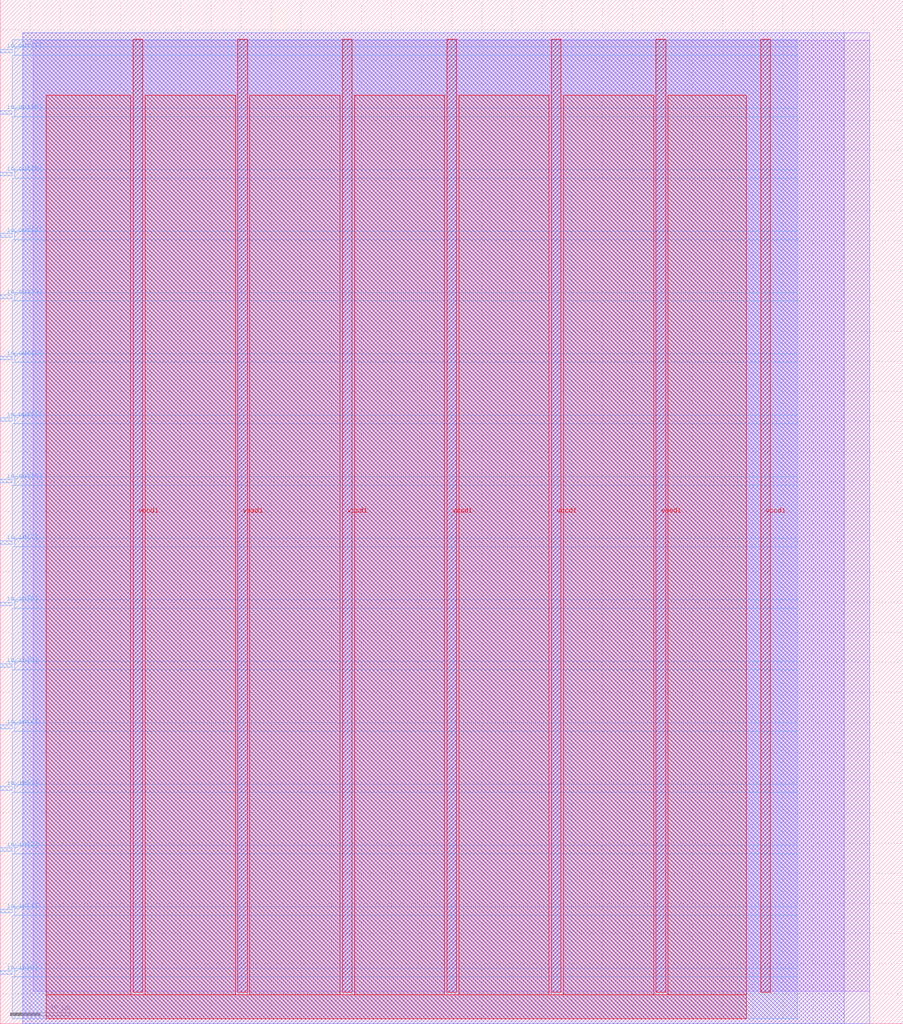
<source format=lef>
VERSION 5.7 ;
  NOWIREEXTENSIONATPIN ON ;
  DIVIDERCHAR "/" ;
  BUSBITCHARS "[]" ;
MACRO gatecat_fpga_top
  CLASS BLOCK ;
  FOREIGN gatecat_fpga_top ;
  ORIGIN 0.000 0.000 ;
  SIZE 150.000 BY 170.000 ;
  PIN io_in[0]
    DIRECTION INPUT ;
    USE SIGNAL ;
    PORT
      LAYER met3 ;
        RECT 0.000 8.200 2.000 8.800 ;
    END
  END io_in[0]
  PIN io_in[1]
    DIRECTION INPUT ;
    USE SIGNAL ;
    PORT
      LAYER met3 ;
        RECT 0.000 18.400 2.000 19.000 ;
    END
  END io_in[1]
  PIN io_in[2]
    DIRECTION INPUT ;
    USE SIGNAL ;
    PORT
      LAYER met3 ;
        RECT 0.000 28.600 2.000 29.200 ;
    END
  END io_in[2]
  PIN io_in[3]
    DIRECTION INPUT ;
    USE SIGNAL ;
    PORT
      LAYER met3 ;
        RECT 0.000 38.800 2.000 39.400 ;
    END
  END io_in[3]
  PIN io_in[4]
    DIRECTION INPUT ;
    USE SIGNAL ;
    PORT
      LAYER met3 ;
        RECT 0.000 49.000 2.000 49.600 ;
    END
  END io_in[4]
  PIN io_in[5]
    DIRECTION INPUT ;
    USE SIGNAL ;
    PORT
      LAYER met3 ;
        RECT 0.000 59.200 2.000 59.800 ;
    END
  END io_in[5]
  PIN io_in[6]
    DIRECTION INPUT ;
    USE SIGNAL ;
    PORT
      LAYER met3 ;
        RECT 0.000 69.400 2.000 70.000 ;
    END
  END io_in[6]
  PIN io_in[7]
    DIRECTION INPUT ;
    USE SIGNAL ;
    PORT
      LAYER met3 ;
        RECT 0.000 79.600 2.000 80.200 ;
    END
  END io_in[7]
  PIN io_out[0]
    DIRECTION OUTPUT TRISTATE ;
    USE SIGNAL ;
    PORT
      LAYER met3 ;
        RECT 0.000 89.800 2.000 90.400 ;
    END
  END io_out[0]
  PIN io_out[1]
    DIRECTION OUTPUT TRISTATE ;
    USE SIGNAL ;
    PORT
      LAYER met3 ;
        RECT 0.000 100.000 2.000 100.600 ;
    END
  END io_out[1]
  PIN io_out[2]
    DIRECTION OUTPUT TRISTATE ;
    USE SIGNAL ;
    PORT
      LAYER met3 ;
        RECT 0.000 110.200 2.000 110.800 ;
    END
  END io_out[2]
  PIN io_out[3]
    DIRECTION OUTPUT TRISTATE ;
    USE SIGNAL ;
    PORT
      LAYER met3 ;
        RECT 0.000 120.400 2.000 121.000 ;
    END
  END io_out[3]
  PIN io_out[4]
    DIRECTION OUTPUT TRISTATE ;
    USE SIGNAL ;
    PORT
      LAYER met3 ;
        RECT 0.000 130.600 2.000 131.200 ;
    END
  END io_out[4]
  PIN io_out[5]
    DIRECTION OUTPUT TRISTATE ;
    USE SIGNAL ;
    PORT
      LAYER met3 ;
        RECT 0.000 140.800 2.000 141.400 ;
    END
  END io_out[5]
  PIN io_out[6]
    DIRECTION OUTPUT TRISTATE ;
    USE SIGNAL ;
    PORT
      LAYER met3 ;
        RECT 0.000 151.000 2.000 151.600 ;
    END
  END io_out[6]
  PIN io_out[7]
    DIRECTION OUTPUT TRISTATE ;
    USE SIGNAL ;
    PORT
      LAYER met3 ;
        RECT 0.000 161.200 2.000 161.800 ;
    END
  END io_out[7]
  PIN vccd1
    DIRECTION INOUT ;
    USE POWER ;
    PORT
      LAYER met4 ;
        RECT 22.090 5.200 23.690 163.440 ;
    END
    PORT
      LAYER met4 ;
        RECT 56.830 5.200 58.430 163.440 ;
    END
    PORT
      LAYER met4 ;
        RECT 91.570 5.200 93.170 163.440 ;
    END
    PORT
      LAYER met4 ;
        RECT 126.310 5.200 127.910 163.440 ;
    END
  END vccd1
  PIN vssd1
    DIRECTION INOUT ;
    USE GROUND ;
    PORT
      LAYER met4 ;
        RECT 39.460 5.200 41.060 163.440 ;
    END
    PORT
      LAYER met4 ;
        RECT 74.200 5.200 75.800 163.440 ;
    END
    PORT
      LAYER met4 ;
        RECT 108.940 5.200 110.540 163.440 ;
    END
  END vssd1
  OBS
      LAYER li1 ;
        RECT 5.520 5.355 144.440 163.285 ;
      LAYER met1 ;
        RECT 3.750 0.040 144.440 164.520 ;
      LAYER met2 ;
        RECT 3.770 0.010 140.200 164.550 ;
      LAYER met3 ;
        RECT 2.000 162.200 132.415 163.365 ;
        RECT 2.400 160.800 132.415 162.200 ;
        RECT 2.000 152.000 132.415 160.800 ;
        RECT 2.400 150.600 132.415 152.000 ;
        RECT 2.000 141.800 132.415 150.600 ;
        RECT 2.400 140.400 132.415 141.800 ;
        RECT 2.000 131.600 132.415 140.400 ;
        RECT 2.400 130.200 132.415 131.600 ;
        RECT 2.000 121.400 132.415 130.200 ;
        RECT 2.400 120.000 132.415 121.400 ;
        RECT 2.000 111.200 132.415 120.000 ;
        RECT 2.400 109.800 132.415 111.200 ;
        RECT 2.000 101.000 132.415 109.800 ;
        RECT 2.400 99.600 132.415 101.000 ;
        RECT 2.000 90.800 132.415 99.600 ;
        RECT 2.400 89.400 132.415 90.800 ;
        RECT 2.000 80.600 132.415 89.400 ;
        RECT 2.400 79.200 132.415 80.600 ;
        RECT 2.000 70.400 132.415 79.200 ;
        RECT 2.400 69.000 132.415 70.400 ;
        RECT 2.000 60.200 132.415 69.000 ;
        RECT 2.400 58.800 132.415 60.200 ;
        RECT 2.000 50.000 132.415 58.800 ;
        RECT 2.400 48.600 132.415 50.000 ;
        RECT 2.000 39.800 132.415 48.600 ;
        RECT 2.400 38.400 132.415 39.800 ;
        RECT 2.000 29.600 132.415 38.400 ;
        RECT 2.400 28.200 132.415 29.600 ;
        RECT 2.000 19.400 132.415 28.200 ;
        RECT 2.400 18.000 132.415 19.400 ;
        RECT 2.000 9.200 132.415 18.000 ;
        RECT 2.400 7.800 132.415 9.200 ;
        RECT 2.000 0.860 132.415 7.800 ;
      LAYER met4 ;
        RECT 7.655 4.800 21.690 154.185 ;
        RECT 24.090 4.800 39.060 154.185 ;
        RECT 41.460 4.800 56.430 154.185 ;
        RECT 58.830 4.800 73.800 154.185 ;
        RECT 76.200 4.800 91.170 154.185 ;
        RECT 93.570 4.800 108.540 154.185 ;
        RECT 110.940 4.800 123.905 154.185 ;
        RECT 7.655 0.855 123.905 4.800 ;
  END
END gatecat_fpga_top
END LIBRARY


</source>
